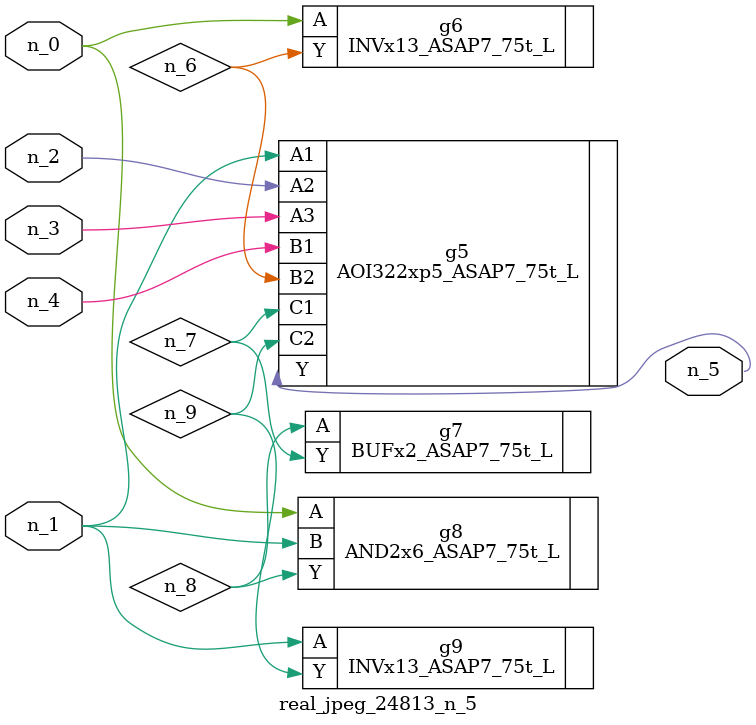
<source format=v>
module real_jpeg_24813_n_5 (n_4, n_0, n_1, n_2, n_3, n_5);

input n_4;
input n_0;
input n_1;
input n_2;
input n_3;

output n_5;

wire n_8;
wire n_6;
wire n_7;
wire n_9;

INVx13_ASAP7_75t_L g6 ( 
.A(n_0),
.Y(n_6)
);

AND2x6_ASAP7_75t_L g8 ( 
.A(n_0),
.B(n_1),
.Y(n_8)
);

AOI322xp5_ASAP7_75t_L g5 ( 
.A1(n_1),
.A2(n_2),
.A3(n_3),
.B1(n_4),
.B2(n_6),
.C1(n_7),
.C2(n_9),
.Y(n_5)
);

INVx13_ASAP7_75t_L g9 ( 
.A(n_1),
.Y(n_9)
);

BUFx2_ASAP7_75t_L g7 ( 
.A(n_8),
.Y(n_7)
);


endmodule
</source>
